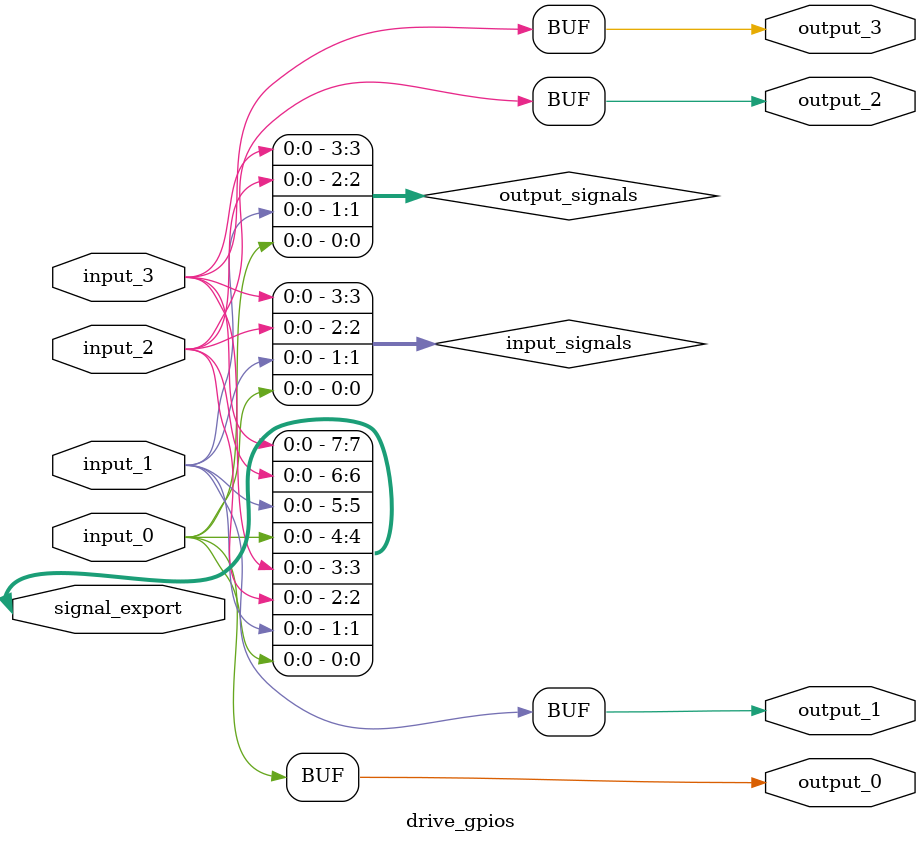
<source format=v>
`timescale 1ns / 1ps


module drive_gpios(
    
    input input_0,
    input input_1,
    input input_2,
    input input_3,
    
    output output_0,
    output output_1,
    output output_2,
    output output_3,
    
    inout [7:0] signal_export
    
    );
    
    wire [3:0] input_signals;
    wire [3:0] output_signals;
    
      // Asigna las se�ales de entrada a la parte alta de la se�al_export
    assign input_signals = {input_3, input_2, input_1, input_0};
    assign signal_export[3:0] = input_signals;

    // Asigna las se�ales de salida a la parte baja de la se�al_export
    assign output_signals = {output_3, output_2, output_1, output_0};
    assign signal_export[7:4] = output_signals;


    
    
    assign signal_export = { input_3,input_2,input_1,input_0,output_3,output_2,output_1,output_0 };
    
    
    
endmodule

</source>
